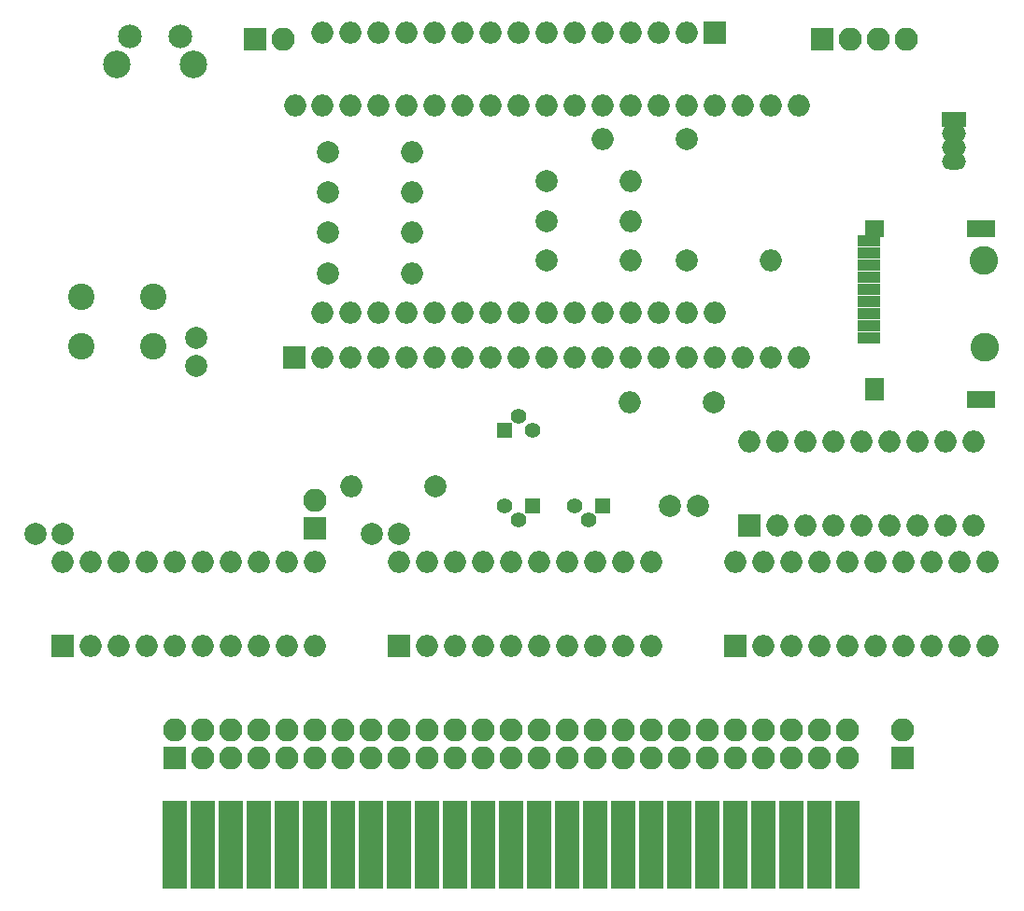
<source format=gbr>
G04 #@! TF.GenerationSoftware,KiCad,Pcbnew,(5.1.5)-3*
G04 #@! TF.CreationDate,2021-08-29T18:58:39+12:00*
G04 #@! TF.ProjectId,TRSIO,54525349-4f2e-46b6-9963-61645f706362,rev?*
G04 #@! TF.SameCoordinates,Original*
G04 #@! TF.FileFunction,Soldermask,Bot*
G04 #@! TF.FilePolarity,Negative*
%FSLAX46Y46*%
G04 Gerber Fmt 4.6, Leading zero omitted, Abs format (unit mm)*
G04 Created by KiCad (PCBNEW (5.1.5)-3) date 2021-08-29 18:58:39*
%MOMM*%
%LPD*%
G04 APERTURE LIST*
%ADD10C,2.600000*%
%ADD11R,2.000000X2.000000*%
%ADD12O,2.000000X2.000000*%
%ADD13C,2.000000*%
%ADD14R,2.200000X1.470000*%
%ADD15O,2.200000X1.470000*%
%ADD16C,1.400000*%
%ADD17R,1.400000X1.400000*%
%ADD18C,2.400000*%
%ADD19R,2.100000X2.100000*%
%ADD20O,2.100000X2.100000*%
%ADD21C,2.500000*%
%ADD22C,2.150000*%
%ADD23R,2.178000X8.020000*%
%ADD24R,2.000000X1.100000*%
%ADD25R,1.800000X2.000000*%
%ADD26R,2.600000X1.600000*%
%ADD27R,1.800000X1.600000*%
G04 APERTURE END LIST*
D10*
X214376000Y-99949000D03*
X214249000Y-92075000D03*
D11*
X189865000Y-71374000D03*
D12*
X187325000Y-71374000D03*
X184785000Y-71374000D03*
X182245000Y-71374000D03*
X179705000Y-71374000D03*
X177165000Y-71374000D03*
X154305000Y-96774000D03*
X174625000Y-71374000D03*
X156845000Y-96774000D03*
X172085000Y-71374000D03*
X159385000Y-96774000D03*
X169545000Y-71374000D03*
X161925000Y-96774000D03*
X167005000Y-71374000D03*
X164465000Y-96774000D03*
X164465000Y-71374000D03*
X167005000Y-96774000D03*
X161925000Y-71374000D03*
X169545000Y-96774000D03*
X159385000Y-71374000D03*
X172085000Y-96774000D03*
X156845000Y-71374000D03*
X174625000Y-96774000D03*
X154305000Y-71374000D03*
X177165000Y-96774000D03*
X179705000Y-96774000D03*
X182245000Y-96774000D03*
X184785000Y-96774000D03*
X187325000Y-96774000D03*
X189865000Y-96774000D03*
D13*
X130810000Y-116840000D03*
X128310000Y-116840000D03*
X161290000Y-116840000D03*
X158790000Y-116840000D03*
X188341000Y-114300000D03*
X185841000Y-114300000D03*
X142875000Y-101600000D03*
X142875000Y-99100000D03*
D14*
X211582000Y-79311500D03*
D15*
X211582000Y-80581500D03*
X211582000Y-81851500D03*
X211582000Y-83121500D03*
D16*
X172085000Y-106172000D03*
X173355000Y-107442000D03*
D17*
X170815000Y-107442000D03*
D16*
X172085000Y-115570000D03*
X170815000Y-114300000D03*
D17*
X173355000Y-114300000D03*
D16*
X178435000Y-115570000D03*
X177165000Y-114300000D03*
D17*
X179705000Y-114300000D03*
D13*
X174625000Y-84899500D03*
D12*
X182245000Y-84899500D03*
D13*
X174625000Y-88519000D03*
D12*
X182245000Y-88519000D03*
D13*
X174625000Y-92075000D03*
D12*
X182245000Y-92075000D03*
D18*
X132461000Y-99877000D03*
X132461000Y-95377000D03*
X138961000Y-99877000D03*
X138961000Y-95377000D03*
D11*
X191770000Y-127000000D03*
D12*
X214630000Y-119380000D03*
X194310000Y-127000000D03*
X212090000Y-119380000D03*
X196850000Y-127000000D03*
X209550000Y-119380000D03*
X199390000Y-127000000D03*
X207010000Y-119380000D03*
X201930000Y-127000000D03*
X204470000Y-119380000D03*
X204470000Y-127000000D03*
X201930000Y-119380000D03*
X207010000Y-127000000D03*
X199390000Y-119380000D03*
X209550000Y-127000000D03*
X196850000Y-119380000D03*
X212090000Y-127000000D03*
X194310000Y-119380000D03*
X214630000Y-127000000D03*
X191770000Y-119380000D03*
D11*
X161290000Y-127000000D03*
D12*
X184150000Y-119380000D03*
X163830000Y-127000000D03*
X181610000Y-119380000D03*
X166370000Y-127000000D03*
X179070000Y-119380000D03*
X168910000Y-127000000D03*
X176530000Y-119380000D03*
X171450000Y-127000000D03*
X173990000Y-119380000D03*
X173990000Y-127000000D03*
X171450000Y-119380000D03*
X176530000Y-127000000D03*
X168910000Y-119380000D03*
X179070000Y-127000000D03*
X166370000Y-119380000D03*
X181610000Y-127000000D03*
X163830000Y-119380000D03*
X184150000Y-127000000D03*
X161290000Y-119380000D03*
D11*
X130810000Y-127000000D03*
D12*
X153670000Y-119380000D03*
X133350000Y-127000000D03*
X151130000Y-119380000D03*
X135890000Y-127000000D03*
X148590000Y-119380000D03*
X138430000Y-127000000D03*
X146050000Y-119380000D03*
X140970000Y-127000000D03*
X143510000Y-119380000D03*
X143510000Y-127000000D03*
X140970000Y-119380000D03*
X146050000Y-127000000D03*
X138430000Y-119380000D03*
X148590000Y-127000000D03*
X135890000Y-119380000D03*
X151130000Y-127000000D03*
X133350000Y-119380000D03*
X153670000Y-127000000D03*
X130810000Y-119380000D03*
D19*
X140970000Y-137160000D03*
D20*
X140970000Y-134620000D03*
X143510000Y-137160000D03*
X143510000Y-134620000D03*
X146050000Y-137160000D03*
X146050000Y-134620000D03*
X148590000Y-137160000D03*
X148590000Y-134620000D03*
X151130000Y-137160000D03*
X151130000Y-134620000D03*
X153670000Y-137160000D03*
X153670000Y-134620000D03*
X156210000Y-137160000D03*
X156210000Y-134620000D03*
X158750000Y-137160000D03*
X158750000Y-134620000D03*
X161290000Y-137160000D03*
X161290000Y-134620000D03*
X163830000Y-137160000D03*
X163830000Y-134620000D03*
X166370000Y-137160000D03*
X166370000Y-134620000D03*
X168910000Y-137160000D03*
X168910000Y-134620000D03*
X171450000Y-137160000D03*
X171450000Y-134620000D03*
X173990000Y-137160000D03*
X173990000Y-134620000D03*
X176530000Y-137160000D03*
X176530000Y-134620000D03*
X179070000Y-137160000D03*
X179070000Y-134620000D03*
X181610000Y-137160000D03*
X181610000Y-134620000D03*
X184150000Y-137160000D03*
X184150000Y-134620000D03*
X186690000Y-137160000D03*
X186690000Y-134620000D03*
X189230000Y-137160000D03*
X189230000Y-134620000D03*
X191770000Y-137160000D03*
X191770000Y-134620000D03*
X194310000Y-137160000D03*
X194310000Y-134620000D03*
X196850000Y-137160000D03*
X196850000Y-134620000D03*
X199390000Y-137160000D03*
X199390000Y-134620000D03*
X201930000Y-137160000D03*
X201930000Y-134620000D03*
D11*
X151765000Y-100838000D03*
D12*
X154305000Y-100838000D03*
X197485000Y-77978000D03*
X156845000Y-100838000D03*
X194945000Y-77978000D03*
X159385000Y-100838000D03*
X192405000Y-77978000D03*
X161925000Y-100838000D03*
X189865000Y-77978000D03*
X164465000Y-100838000D03*
X187325000Y-77978000D03*
X167005000Y-100838000D03*
X184785000Y-77978000D03*
X169545000Y-100838000D03*
X182245000Y-77978000D03*
X172085000Y-100838000D03*
X179705000Y-77978000D03*
X174625000Y-100838000D03*
X177165000Y-77978000D03*
X177165000Y-100838000D03*
X174625000Y-77978000D03*
X179705000Y-100838000D03*
X172085000Y-77978000D03*
X182245000Y-100838000D03*
X169545000Y-77978000D03*
X184785000Y-100838000D03*
X167005000Y-77978000D03*
X187325000Y-100838000D03*
X164465000Y-77978000D03*
X189865000Y-100838000D03*
X161925000Y-77978000D03*
X192405000Y-100838000D03*
X159385000Y-77978000D03*
X194945000Y-100838000D03*
X156845000Y-77978000D03*
X197485000Y-100838000D03*
X154305000Y-77978000D03*
X151828500Y-77978000D03*
D19*
X206883000Y-137160000D03*
D20*
X206883000Y-134620000D03*
D19*
X148209000Y-72009000D03*
D20*
X150749000Y-72009000D03*
D19*
X199644000Y-72009000D03*
D20*
X202184000Y-72009000D03*
X204724000Y-72009000D03*
X207264000Y-72009000D03*
D21*
X142666000Y-74245000D03*
D22*
X141406000Y-71755000D03*
X136906000Y-71755000D03*
D21*
X135656000Y-74245000D03*
D19*
X153670000Y-116332000D03*
D20*
X153670000Y-113792000D03*
D13*
X164592000Y-112522000D03*
D12*
X156972000Y-112522000D03*
D23*
X201866500Y-145097500D03*
X199326500Y-145097500D03*
X196786500Y-145097500D03*
X194246500Y-145097500D03*
X191706500Y-145097500D03*
X189166500Y-145097500D03*
X186626500Y-145097500D03*
X184086500Y-145097500D03*
X181546500Y-145097500D03*
X179006500Y-145097500D03*
X176466500Y-145097500D03*
X173926500Y-145097500D03*
X171386500Y-145097500D03*
X168846500Y-145097500D03*
X166306500Y-145097500D03*
X163766500Y-145097500D03*
X161226500Y-145097500D03*
X158686500Y-145097500D03*
X156146500Y-145097500D03*
X153606500Y-145097500D03*
X151066500Y-145097500D03*
X148526500Y-145097500D03*
X145986500Y-145097500D03*
X143446500Y-145097500D03*
X140906500Y-145097500D03*
D24*
X203876000Y-99101000D03*
X203876000Y-98001000D03*
X203876000Y-96901000D03*
X203876000Y-95801000D03*
X203876000Y-94701000D03*
X203876000Y-93601000D03*
X203876000Y-92501000D03*
X203876000Y-91401000D03*
X203876000Y-90301000D03*
D25*
X204376000Y-103751000D03*
D26*
X213976000Y-104651000D03*
X213976000Y-89151000D03*
D27*
X204376000Y-89151000D03*
D13*
X189801500Y-104965500D03*
D12*
X182181500Y-104965500D03*
X162433000Y-89535000D03*
D13*
X154813000Y-89535000D03*
X154813000Y-93218000D03*
D12*
X162433000Y-93218000D03*
X194945000Y-92075000D03*
D13*
X187325000Y-92075000D03*
X154813000Y-85852000D03*
D12*
X162433000Y-85852000D03*
X162433000Y-82232500D03*
D13*
X154813000Y-82232500D03*
D12*
X193040000Y-108521500D03*
X213360000Y-116141500D03*
X195580000Y-108521500D03*
X210820000Y-116141500D03*
X198120000Y-108521500D03*
X208280000Y-116141500D03*
X200660000Y-108521500D03*
X205740000Y-116141500D03*
X203200000Y-108521500D03*
X203200000Y-116141500D03*
X205740000Y-108521500D03*
X200660000Y-116141500D03*
X208280000Y-108521500D03*
X198120000Y-116141500D03*
X210820000Y-108521500D03*
X195580000Y-116141500D03*
X213360000Y-108521500D03*
D11*
X193040000Y-116141500D03*
D12*
X179705000Y-81089500D03*
D13*
X187325000Y-81089500D03*
M02*

</source>
